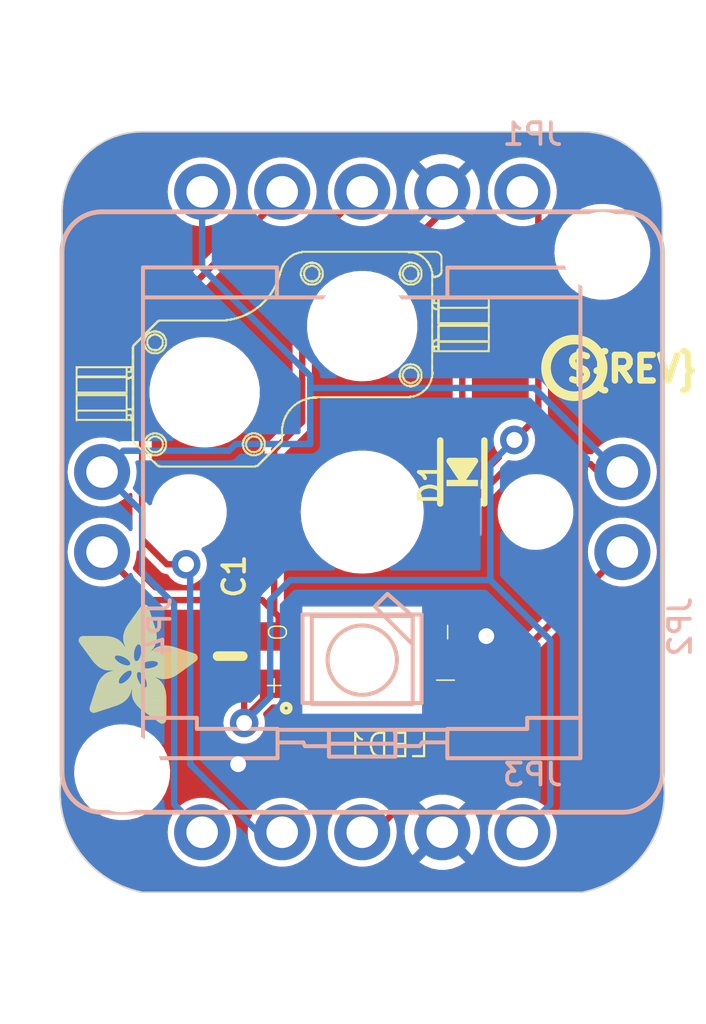
<source format=kicad_pcb>
(kicad_pcb (version 20221018) (generator pcbnew)
  (layers (0 "F.Cu" signal) (31 "B.Cu" signal) (34 "B.Paste" user) (35 "F.Paste" user) (36 "B.SilkS" user "B.Silkscreen") (37 "F.SilkS" user "F.Silkscreen") (38 "B.Mask" user) (39 "F.Mask" user) (44 "Edge.Cuts" user))
  (net 0 "")
  (net 1 "GND")
  (net 2 "VDD")
  (net 3 "SWITCHA")
  (net 4 "N$2")
  (net 5 "SWITCHC")
  (net 6 "NEO_IN")
  (net 7 "NEO_OUT")
  (footprint "working:ADAFRUIT_3.5MM" (layer "F.Cu") (at 139.4841 111.7346)
    (fp_text reference "U$2" hide)
    (fp_text value "" hide)
  )
  (footprint "working:PLABEL2" (layer "F.Cu") (at 155.2591 103.7336)
    (fp_text reference "PLABEL2" hide)
    (fp_text value "" hide)
  )
  (footprint "working:FIDUCIAL_1MM" (layer "F.Cu") (at 140.7541 94.4626)
    (fp_text reference "FID4" hide)
    (fp_text value "FIDUCIAL_1MM" hide)
    (pad "1" smd roundrect (at 0 0) (size 1 1) (layers "F.Cu" "F.Mask") (roundrect_rratio 0.5))
  )
  (footprint "working:PLABEL9" (layer "F.Cu") (at 143.4751 96.4946)
    (fp_text reference "PLABEL23" hide)
    (fp_text value "" hide)
  )
  (footprint "working:PLABEL7" (layer "F.Cu") (at 148.5011 113.4856 90)
    (fp_text reference "PLABEL7" hide)
    (fp_text value "" hide)
  )
  (footprint "working:PLABEL3" (layer "F.Cu") (at 142.7861 106.7816)
    (fp_text reference "PLABEL3" hide)
    (fp_text value "" hide)
  )
  (footprint "" (layer "F.Cu") (at 140.8811 113.2586)
    (fp_text reference "@HOLE1" hide)
    (fp_text value "" (at 0 0) (layer "F.SilkS") (effects (font (size 1.27 1.27))))
    (pad "" np_thru_hole circle (at 0 0) (size 2.54 2.54) (drill 2.54) (layers "*.Cu" "*.Mask"))
  )
  (footprint "working:PLABEL6" (layer "F.Cu") (at 151.0411 113.6396 90)
    (fp_text reference "PLABEL6" hide)
    (fp_text value "" hide)
  )
  (footprint "working:SOD-323" (layer "F.Cu") (at 151.6761 103.7336 90)
    (fp_text reference "D1" (at -1.1 -1 90) (layer "F.SilkS") (effects (font (size 0.692831 0.692831) (thickness 0.119969)) (justify left)))
    (fp_text value "1N4148")
    (pad "A" smd rect (at 1.27 0 90) (size 1.35 0.8) (layers "F.Cu" "F.Paste" "F.Mask") (net 4 "N$2"))
    (pad "C" smd rect (at -1.27 0 90) (size 1.35 0.8) (layers "F.Cu" "F.Paste" "F.Mask") (net 5 "SWITCHC"))
  )
  (footprint "working:PLABEL9" (layer "F.Cu") (at 143.2941 113.3316 90)
    (fp_text reference "PLABEL9" hide)
    (fp_text value "" hide)
  )
  (footprint "working:PLABEL8" (layer "F.Cu") (at 145.8611 96.3676)
    (fp_text reference "PLABEL22" hide)
    (fp_text value "" hide)
  )
  (footprint "" (layer "F.Cu") (at 156.1211 96.7486)
    (fp_text reference "@HOLE0" hide)
    (fp_text value "" (at 0 0) (layer "F.SilkS") (effects (font (size 1.27 1.27))))
    (pad "" np_thru_hole circle (at 0 0) (size 2.54 2.54) (drill 2.54) (layers "*.Cu" "*.Mask"))
  )
  (footprint "working:0603-NO" (layer "F.Cu") (at 144.3101 109.5756 90)
    (fp_text reference "C1" (at 1.778 0.127 90) (layer "F.SilkS") (effects (font (size 0.692831 0.692831) (thickness 0.119969)) (justify left)))
    (fp_text value "1uF")
    (pad "1" smd rect (at -0.85 0 90) (size 1.075 1) (layers "F.Cu" "F.Paste" "F.Mask") (net 2 "VDD"))
    (pad "2" smd rect (at 0.85 0 90) (size 1.075 1) (layers "F.Cu" "F.Paste" "F.Mask") (net 1 "GND"))
  )
  (footprint "working:FIDUCIAL_1MM" (layer "F.Cu") (at 156.2481 113.0046)
    (fp_text reference "FID3" hide)
    (fp_text value "FIDUCIAL_1MM" hide)
    (pad "1" smd roundrect (at 0 0) (size 1 1) (layers "F.Cu" "F.Mask") (roundrect_rratio 0.5))
  )
  (footprint "working:PLABEL8" (layer "F.Cu") (at 145.9611 113.2316 90)
    (fp_text reference "PLABEL8" hide)
    (fp_text value "" hide)
  )
  (footprint "working:PLABEL4" (layer "F.Cu") (at 154.9781 106.5276)
    (fp_text reference "PLABEL4" hide)
    (fp_text value "" hide)
  )
  (footprint "working:PLABEL0" (layer "F.Cu") (at 153.5811 112.7236 90)
    (fp_text reference "PLABEL0" hide)
    (fp_text value "" hide)
  )
  (footprint "working:PLABEL6" (layer "F.Cu") (at 151.0411 96.3676 90)
    (fp_text reference "PLABEL21" hide)
    (fp_text value "" hide)
  )
  (footprint "working:PLABEL200" (layer "F.Cu") (at 152.6921 109.1946)
    (fp_text reference "PLABEL200" hide)
    (fp_text value "" hide)
  )
  (footprint "working:PLABEL5" (layer "F.Cu") (at 149.3901 107.1626)
    (fp_text reference "PLABEL5" hide)
    (fp_text value "" hide)
  )
  (footprint "working:PCBFEAT-REV-040" (layer "F.Cu") (at 155.2321 100.4316)
    (fp_text reference "U$1" hide)
    (fp_text value "" hide)
    (fp_text user "${REV}" (at -0.3556 0.508) (layer "F.SilkS") (effects (font (size 0.8128 0.8128) (thickness 0.2032)) (justify left bottom)))
  )
  (footprint "working:PLABEL0" (layer "F.Cu") (at 153.8351 97.4836 90)
    (fp_text reference "PLABEL20" hide)
    (fp_text value "" hide)
  )
  (footprint "working:PLABEL1" (layer "F.Cu") (at 141.6431 104.4956)
    (fp_text reference "PLABEL1" hide)
    (fp_text value "" hide)
  )
  (footprint "working:PLABEL16" (layer "B.Cu") (at 150.8411 93.4831 90)
    (fp_text reference "PLABEL16" hide)
    (fp_text value "" hide)
  )
  (footprint "working:1X05_ROUND_70" (layer "B.Cu") (at 148.5011 94.8436 180)
    (fp_text reference "JP1" (at -6.4262 1.8288) (layer "B.SilkS") (effects (font (size 0.692831 0.692831) (thickness 0.119969)) (justify left mirror)))
    (fp_text value "")
    (pad "1" thru_hole circle (at -5.08 0 90) (size 1.778 1.778) (drill 1) (layers "*.Cu" "*.Mask") (net 2 "VDD"))
    (pad "2" thru_hole circle (at -2.54 0 90) (size 1.778 1.778) (drill 1) (layers "*.Cu" "*.Mask") (net 1 "GND"))
    (pad "3" thru_hole circle (at 0 0 90) (size 1.778 1.778) (drill 1) (layers "*.Cu" "*.Mask") (net 7 "NEO_OUT"))
    (pad "4" thru_hole circle (at 2.54 0 90) (size 1.778 1.778) (drill 1) (layers "*.Cu" "*.Mask") (net 3 "SWITCHA"))
    (pad "5" thru_hole circle (at 5.08 0 90) (size 1.778 1.778) (drill 1) (layers "*.Cu" "*.Mask") (net 5 "SWITCHC"))
  )
  (footprint "working:PLABEL12" (layer "B.Cu") (at 145.9611 93.4831 90)
    (fp_text reference "PLABEL12" hide)
    (fp_text value "" hide)
  )
  (footprint "working:PLABEL14" (layer "B.Cu") (at 148.5011 116.5336 90)
    (fp_text reference "PLABEL14" hide)
    (fp_text value "" hide)
  )
  (footprint "working:PLABEL10" (layer "B.Cu") (at 143.4211 116.4701 90)
    (fp_text reference "PLABEL10" hide)
    (fp_text value "" hide)
  )
  (footprint "working:KAILH_CHOC_SOCKET" (layer "B.Cu") (at 148.5011 105.0036 180)
    (fp_text reference "SW1" hide)
    (fp_text value "MX SOCKET" hide)
    (pad "" np_thru_hole circle (at -5.5 0 180) (size 1.9 1.9) (drill 1.9) (layers "*.Cu" "*.Mask"))
    (pad "" np_thru_hole circle (at 0 0 180) (size 3.4 3.4) (drill 3.4) (layers "*.Cu" "*.Mask"))
    (pad "" np_thru_hole circle (at 0 5.9 180) (size 3 3) (drill 3) (layers "*.Cu" "*.Mask"))
    (pad "" np_thru_hole circle (at 5 3.8 180) (size 3 3) (drill 3) (layers "*.Cu" "*.Mask"))
    (pad "" np_thru_hole circle (at 5.5 0 180) (size 1.9 1.9) (drill 1.9) (layers "*.Cu" "*.Mask"))
    (pad "1" smd rect (at -3.49 5.9 180) (size 2.55 2.5) (layers "F.Cu" "F.Paste" "F.Mask") (net 4 "N$2"))
    (pad "2" smd rect (at 8.26 3.8 180) (size 2.55 2.5) (layers "F.Cu" "F.Paste" "F.Mask") (net 3 "SWITCHA"))
  )
  (footprint "working:1X02_ROUND" (layer "B.Cu") (at 140.2461 105.0036 90)
    (fp_text reference "JP4" (at -2.6162 1.8288 90) (layer "B.SilkS") (effects (font (size 0.692831 0.692831) (thickness 0.119969)) (justify left mirror)))
    (fp_text value "")
    (pad "1" thru_hole circle (at -1.27 0) (size 1.778 1.778) (drill 1) (layers "*.Cu" "*.Mask") (net 7 "NEO_OUT"))
    (pad "2" thru_hole circle (at 1.27 0) (size 1.778 1.778) (drill 1) (layers "*.Cu" "*.Mask") (net 5 "SWITCHC"))
  )
  (footprint "working:PLABEL18" (layer "B.Cu") (at 153.4811 93.4831 90)
    (fp_text reference "PLABEL18" hide)
    (fp_text value "" hide)
  )
  (footprint "working:PLABEL15" (layer "B.Cu") (at 148.5011 93.4831 90)
    (fp_text reference "PLABEL15" hide)
    (fp_text value "" hide)
  )
  (footprint "working:1X05_ROUND_70" (layer "B.Cu") (at 148.5011 115.1636 180)
    (fp_text reference "JP3" (at -6.4262 1.8288) (layer "B.SilkS") (effects (font (size 0.692831 0.692831) (thickness 0.119969)) (justify left mirror)))
    (fp_text value "")
    (pad "1" thru_hole circle (at -5.08 0 90) (size 1.778 1.778) (drill 1) (layers "*.Cu" "*.Mask") (net 2 "VDD"))
    (pad "2" thru_hole circle (at -2.54 0 90) (size 1.778 1.778) (drill 1) (layers "*.Cu" "*.Mask") (net 1 "GND"))
    (pad "3" thru_hole circle (at 0 0 90) (size 1.778 1.778) (drill 1) (layers "*.Cu" "*.Mask") (net 6 "NEO_IN"))
    (pad "4" thru_hole circle (at 2.54 0 90) (size 1.778 1.778) (drill 1) (layers "*.Cu" "*.Mask") (net 3 "SWITCHA"))
    (pad "5" thru_hole circle (at 5.08 0 90) (size 1.778 1.778) (drill 1) (layers "*.Cu" "*.Mask") (net 5 "SWITCHC"))
  )
  (footprint "working:PLABEL17" (layer "B.Cu") (at 150.8411 116.5336 90)
    (fp_text reference "PLABEL17" hide)
    (fp_text value "" hide)
  )
  (footprint "working:PLABEL11" (layer "B.Cu") (at 143.4211 93.4831 90)
    (fp_text reference "PLABEL11" hide)
    (fp_text value "" hide)
  )
  (footprint "working:PLABEL13" (layer "B.Cu") (at 145.7611 116.4336 90)
    (fp_text reference "PLABEL13" hide)
    (fp_text value "" hide)
  )
  (footprint "working:PLABEL19" (layer "B.Cu") (at 153.5811 116.5336 90)
    (fp_text reference "PLABEL19" hide)
    (fp_text value "" hide)
  )
  (footprint "working:1X02_ROUND" (layer "B.Cu") (at 156.7561 105.0036 90)
    (fp_text reference "JP2" (at -2.6162 1.8288 90) (layer "B.SilkS") (effects (font (size 0.692831 0.692831) (thickness 0.119969)) (justify left mirror)))
    (fp_text value "")
    (pad "1" thru_hole circle (at -1.27 0) (size 1.778 1.778) (drill 1) (layers "*.Cu" "*.Mask") (net 6 "NEO_IN"))
    (pad "2" thru_hole circle (at 1.27 0) (size 1.778 1.778) (drill 1) (layers "*.Cu" "*.Mask") (net 5 "SWITCHC"))
  )
  (footprint "working:NEO3535_REVERSE" (layer "B.Cu") (at 148.5011 109.7026 180)
    (fp_text reference "LED1" (at -2.1875 -2.7075) (layer "F.SilkS") (effects (font (size 0.739648 0.739648) (thickness 0.073152)) (justify left mirror)))
    (fp_text value "WS2812B_SK6812E" hide)
    (fp_text user "+" (at 2.794 -0.762) (layer "F.SilkS") (effects (font (size 0.560832 0.560832) (thickness 0.048768))))
    (fp_text user "O" (at 2.667 0.889 90) (layer "F.SilkS") (effects (font (size 0.560832 0.560832) (thickness 0.048768))))
    (fp_text user "I" (at -2.667 -0.635 90) (layer "F.SilkS") (effects (font (size 0.560832 0.560832) (thickness 0.048768))))
    (fp_text user "-" (at -2.667 0.889 90) (layer "F.SilkS") (effects (font (size 0.560832 0.560832) (thickness 0.048768))))
    (pad "1-VDD" smd rect (at 2.65 -0.75 180) (size 1.2 0.9) (layers "F.Cu" "F.Paste" "F.Mask") (net 2 "VDD"))
    (pad "2-DOUT" smd rect (at 2.65 0.75 180) (size 1.2 0.9) (layers "F.Cu" "F.Paste" "F.Mask") (net 7 "NEO_OUT"))
    (pad "3-GND" smd rect (at -2.65 0.75 180) (size 1.2 0.9) (layers "F.Cu" "F.Paste" "F.Mask") (net 1 "GND"))
    (pad "4-DIN" smd rect (at -2.65 -0.75 180) (size 1.2 0.9) (layers "F.Cu" "F.Paste" "F.Mask") (net 6 "NEO_IN"))
    (zone (net 0) (net_name "") (layer "F.Cu") (connect_pads (clearance 0)) (min_thickness 0.25)
      (keepout (tracks not_allowed) (vias not_allowed) (pads not_allowed) (copperpour not_allowed) (footprints allowed))
      (fill (thermal_gap 0.5) (thermal_bridge_width 0.5))
      (polygon (pts (xy 150.5281 111.5296) (xy 146.4741 111.5296) (xy 146.4741 107.8756) (xy 150.5281 107.8756)))
    )
    (zone (net 0) (net_name "") (layer "B.Cu") (connect_pads (clearance 0)) (min_thickness 0.25)
      (keepout (tracks not_allowed) (vias not_allowed) (pads not_allowed) (copperpour not_allowed) (footprints allowed))
      (fill (thermal_gap 0.5) (thermal_bridge_width 0.5))
      (polygon (pts (xy 150.4011 111.4026) (xy 146.6011 111.4026) (xy 146.6011 108.0026) (xy 150.4011 108.0026)))
    )
  )
  (gr_arc (start 158.0261 113.2586) (mid 157.545177 115.689651) (end 155.4861 117.0686) (stroke (width 0.05)) (layer "Edge.Cuts"))
  (gr_arc (start 138.9761 95.4786) (mid 139.720049 93.682549) (end 141.5161 92.9386) (stroke (width 0.05)) (layer "Edge.Cuts"))
  (gr_arc (start 155.4861 92.9386) (mid 157.282151 93.682549) (end 158.0261 95.4786) (stroke (width 0.05)) (layer "Edge.Cuts"))
  (gr_line (start 141.5161 92.9386) (end 155.4861 92.9386) (stroke (width 0.05)) (layer "Edge.Cuts"))
  (gr_line (start 138.9761 113.2586) (end 138.9761 95.4786) (stroke (width 0.05)) (layer "Edge.Cuts"))
  (gr_line (start 158.0261 95.4786) (end 158.0261 113.2586) (stroke (width 0.05)) (layer "Edge.Cuts"))
  (gr_arc (start 141.5161 117.0686) (mid 139.457023 115.689651) (end 138.9761 113.2586) (stroke (width 0.05)) (layer "Edge.Cuts"))
  (gr_line (start 155.4861 117.0686) (end 141.5161 117.0686) (stroke (width 0.05)) (layer "Edge.Cuts"))
  (segment (start 151.0411 95.4786) (end 150.4061 96.1136) (width 0.2032) (layer "F.Cu") (net 1))
  (segment (start 151.1631 108.9406) (end 152.4381 108.9406) (width 0.2032) (layer "F.Cu") (net 1))
  (segment (start 150.4061 103.3526) (end 150.7871 103.7336) (width 0.2032) (layer "F.Cu") (net 1))
  (segment (start 151.0411 94.8436) (end 151.0411 95.4786) (width 0.2032) (layer "F.Cu") (net 1))
  (segment (start 151.1511 108.9526) (end 151.1631 108.9406) (width 0.2032) (layer "F.Cu") (net 1))
  (segment (start 150.4061 96.1136) (end 150.4061 103.3526) (width 0.2032) (layer "F.Cu") (net 1))
  (via (at 152.4381 108.9406) (size 0.9064) (drill 0.5) (layers "F.Cu" "B.Cu") (net 1))
  (via (at 144.5641 113.0046) (size 0.9064) (drill 0.5) (layers "F.Cu" "B.Cu") (net 1))
  (segment (start 152.4381 108.9406) (end 152.4381 113.7666) (width 0.2032) (layer "B.Cu") (net 1))
  (segment (start 152.4381 113.7666) (end 151.0411 115.1636) (width 0.2032) (layer "B.Cu") (net 1))
  (segment (start 153.5811 94.8436) (end 154.0891 95.3516) (width 0.2032) (layer "F.Cu") (net 2))
  (segment (start 154.0891 101.9556) (end 153.3271 102.7176) (width 0.2032) (layer "F.Cu") (net 2))
  (segment (start 154.0891 95.3516) (end 154.0891 101.9556) (width 0.2032) (layer "F.Cu") (net 2))
  (segment (start 144.7546 110.8701) (end 144.7546 111.6956) (width 0.2032) (layer "F.Cu") (net 2))
  (segment (start 144.7546 110.8701) (end 144.3101 110.4256) (width 0.2032) (layer "F.Cu") (net 2))
  (segment (start 145.8511 110.4526) (end 144.7546 111.5491) (width 0.2032) (layer "F.Cu") (net 2))
  (segment (start 144.7546 111.5491) (end 144.7546 111.6956) (width 0.2032) (layer "F.Cu") (net 2))
  (via (at 153.3271 102.7176) (size 0.9064) (drill 0.5) (layers "F.Cu" "B.Cu") (net 2))
  (via (at 144.7546 111.6956) (size 0.9064) (drill 0.5) (layers "F.Cu" "B.Cu") (net 2))
  (segment (start 154.4701 114.2746) (end 154.4701 109.0676) (width 0.2032) (layer "B.Cu") (net 2))
  (segment (start 154.4701 109.0676) (end 152.5651 107.1626) (width 0.2032) (layer "B.Cu") (net 2))
  (segment (start 152.5651 107.1626) (end 146.2151 107.1626) (width 0.2032) (layer "B.Cu") (net 2))
  (segment (start 145.5801 107.7976) (end 146.2151 107.1626) (width 0.2032) (layer "B.Cu") (net 2))
  (segment (start 153.3271 102.7176) (end 152.5651 103.4796) (width 0.2032) (layer "B.Cu") (net 2))
  (segment (start 153.5811 115.1636) (end 154.4701 114.2746) (width 0.2032) (layer "B.Cu") (net 2))
  (segment (start 145.5801 107.7976) (end 145.5801 110.8701) (width 0.2032) (layer "B.Cu") (net 2))
  (segment (start 144.7546 111.6956) (end 145.5801 110.8701) (width 0.2032) (layer "B.Cu") (net 2))
  (segment (start 152.5651 103.4796) (end 152.5651 107.1626) (width 0.2032) (layer "B.Cu") (net 2))
  (segment (start 141.7701 98.2726) (end 140.2411 99.8016) (width 0.2032) (layer "F.Cu") (net 3))
  (segment (start 140.2411 99.8016) (end 140.2411 101.2036) (width 0.2032) (layer "F.Cu") (net 3))
  (segment (start 145.9611 94.8436) (end 145.9611 94.9706) (width 0.2032) (layer "F.Cu") (net 3))
  (segment (start 141.5161 105.873) (end 141.5161 102.4786) (width 0.2032) (layer "F.Cu") (net 3))
  (segment (start 145.9611 94.9706) (end 142.6591 98.2726) (width 0.2032) (layer "F.Cu") (net 3))
  (segment (start 141.5161 102.4786) (end 140.2411 101.2036) (width 0.2032) (layer "F.Cu") (net 3))
  (segment (start 142.3039 106.6608) (end 141.5161 105.873) (width 0.2032) (layer "F.Cu") (net 3))
  (segment (start 142.9131 106.6608) (end 142.3039 106.6608) (width 0.2032) (layer "F.Cu") (net 3))
  (segment (start 142.6591 98.2726) (end 141.7701 98.2726) (width 0.2032) (layer "F.Cu") (net 3))
  (via (at 142.9131 106.6608) (size 0.9064) (drill 0.5) (layers "F.Cu" "B.Cu") (net 3))
  (segment (start 145.1991 115.1636) (end 143.0401 113.0046) (width 0.2032) (layer "B.Cu") (net 3))
  (segment (start 143.0401 106.7878) (end 143.0401 113.0046) (width 0.2032) (layer "B.Cu") (net 3))
  (segment (start 142.9131 106.6608) (end 143.0401 106.7878) (width 0.2032) (layer "B.Cu") (net 3))
  (segment (start 145.9611 115.1636) (end 145.1991 115.1636) (width 0.2032) (layer "B.Cu") (net 3))
  (segment (start 151.6761 98.552819) (end 151.125318 99.1036) (width 0.2032) (layer "F.Cu") (net 4))
  (segment (start 151.9911 99.1036) (end 151.125318 99.1036) (width 0.2032) (layer "F.Cu") (net 4))
  (segment (start 151.6761 102.4636) (end 151.6761 98.552819) (width 0.2032) (layer "F.Cu") (net 4))
  (segment (start 155.7401 103.4796) (end 155.9941 103.7336) (width 0.2032) (layer "F.Cu") (net 5))
  (segment (start 153.2001 103.4796) (end 155.7401 103.4796) (width 0.2032) (layer "F.Cu") (net 5))
  (segment (start 155.9941 103.7336) (end 156.7561 103.7336) (width 0.2032) (layer "F.Cu") (net 5))
  (segment (start 151.6761 105.0036) (end 153.2001 103.4796) (width 0.2032) (layer "F.Cu") (net 5))
  (segment (start 156.6291 103.7336) (end 153.9621 101.0666) (width 0.2032) (layer "B.Cu") (net 5))
  (segment (start 141.5161 106.9086) (end 142.5321 107.9246) (width 0.2032) (layer "B.Cu") (net 5))
  (segment (start 153.9621 101.0666) (end 146.8501 101.0666) (width 0.2032) (layer "B.Cu") (net 5))
  (segment (start 146.8501 102.8446) (end 144.484318 102.8446) (width 0.2032) (layer "B.Cu") (net 5))
  (segment (start 142.5321 114.2746) (end 143.4211 115.1636) (width 0.2032) (layer "B.Cu") (net 5))
  (segment (start 146.8501 101.0666) (end 146.8501 102.8446) (width 0.2032) (layer "B.Cu") (net 5))
  (segment (start 140.2461 103.7336) (end 141.5161 105.0036) (width 0.2032) (layer "B.Cu") (net 5))
  (segment (start 140.9205 103.0592) (end 140.2461 103.7336) (width 0.2032) (layer "B.Cu") (net 5))
  (segment (start 143.4211 94.8436) (end 143.4211 97.2566) (width 0.2032) (layer "B.Cu") (net 5))
  (segment (start 156.7561 103.7336) (end 156.6291 103.7336) (width 0.2032) (layer "B.Cu") (net 5))
  (segment (start 144.484318 102.8446) (end 144.269718 103.0592) (width 0.2032) (layer "B.Cu") (net 5))
  (segment (start 141.5161 105.0036) (end 141.5161 106.9086) (width 0.2032) (layer "B.Cu") (net 5))
  (segment (start 142.5321 107.9246) (end 142.5321 114.2746) (width 0.2032) (layer "B.Cu") (net 5))
  (segment (start 143.4211 97.2566) (end 146.8501 100.6856) (width 0.2032) (layer "B.Cu") (net 5))
  (segment (start 146.8501 100.6856) (end 146.8501 101.0666) (width 0.2032) (layer "B.Cu") (net 5))
  (segment (start 144.269718 103.0592) (end 140.9205 103.0592) (width 0.2032) (layer "B.Cu") (net 5))
  (segment (start 151.1511 112.8946) (end 148.8821 115.1636) (width 0.2032) (layer "F.Cu") (net 6))
  (segment (start 156.7561 106.2736) (end 152.5771 110.4526) (width 0.2032) (layer "F.Cu") (net 6))
  (segment (start 152.5771 110.4526) (end 151.1511 110.4526) (width 0.2032) (layer "F.Cu") (net 6))
  (segment (start 151.1511 110.4526) (end 151.1511 112.8946) (width 0.2032) (layer "F.Cu") (net 6))
  (segment (start 148.8821 115.1636) (end 148.5011 115.1636) (width 0.2032) (layer "F.Cu") (net 6))
  (segment (start 141.7701 107.7976) (end 140.2461 106.2736) (width 0.2032) (layer "F.Cu") (net 7))
  (segment (start 145.7071 108.1786) (end 145.3261 107.7976) (width 0.2032) (layer "F.Cu") (net 7))
  (segment (start 145.8511 108.9526) (end 145.8511 108.3226) (width 0.2032) (layer "F.Cu") (net 7))
  (segment (start 148.5011 94.8436) (end 146.5961 96.7486) (width 0.2032) (layer "F.Cu") (net 7))
  (segment (start 145.3261 107.7976) (end 141.7701 107.7976) (width 0.2032) (layer "F.Cu") (net 7))
  (segment (start 145.7071 103.0351) (end 145.7071 108.1786) (width 0.2032) (layer "F.Cu") (net 7))
  (segment (start 146.5961 102.1461) (end 145.7071 103.0351) (width 0.2032) (layer "F.Cu") (net 7))
  (segment (start 146.5961 96.7486) (end 146.5961 102.1461) (width 0.2032) (layer "F.Cu") (net 7))
  (segment (start 145.7071 108.1786) (end 145.8511 108.3226) (width 0.2032) (layer "F.Cu") (net 7))
  (zone (net 1) (net_name "GND") (layer "F.Cu") (priority 6) (connect_pads (clearance 0.000001)) (min_thickness 0.127) (fill yes (thermal_gap 0.304) (thermal_bridge_width 0.304))
    (polygon (pts (xy 158.1531 117.1956) (xy 138.8491 117.1956) (xy 138.8491 92.8116) (xy 158.1531 92.8116)))
  )
  (zone (net 1) (net_name "GND") (layer "B.Cu") (priority 6) (connect_pads (clearance 0.000001)) (min_thickness 0.127) (fill yes (thermal_gap 0.304) (thermal_bridge_width 0.304))
    (polygon (pts (xy 158.1531 117.1956) (xy 138.8491 117.1956) (xy 138.8491 92.8116) (xy 158.1531 92.8116)))
  )
)
</source>
